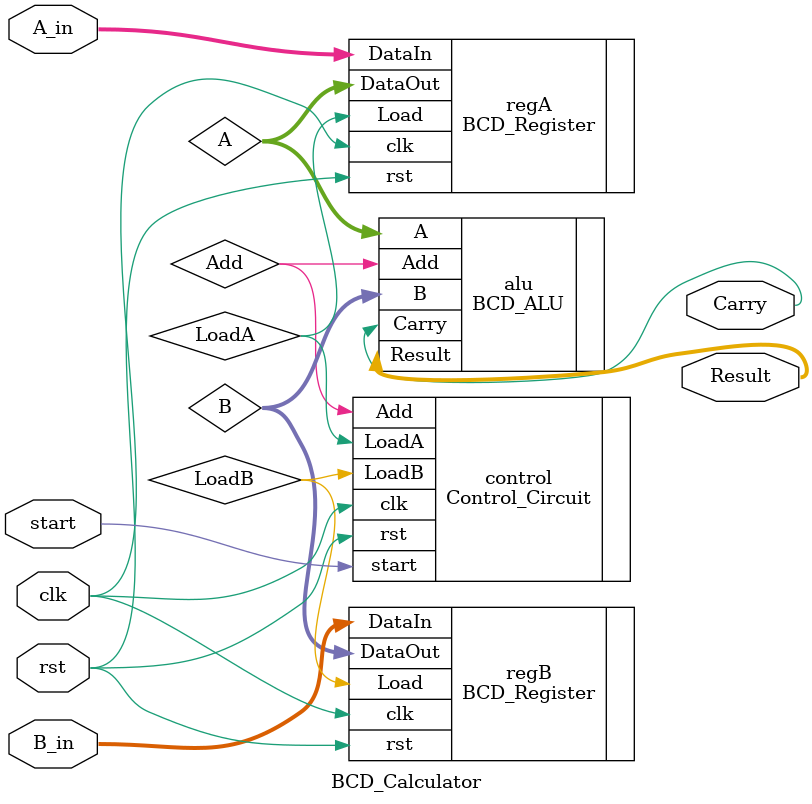
<source format=v>
module BCD_Calculator (
    input clk,        // Clock signal
    input rst,        // Reset signal
    input start,      // Start signal
    input [3:0] A_in, // Input A
    input [3:0] B_in, // Input B
    output [3:0] Result, // Result of addition
    output Carry       // Carry output
);
    wire LoadA, LoadB, Add;
    wire [3:0] A, B;
    
    // Instantiate control circuit
    Control_Circuit control (
        .clk(clk),
        .rst(rst),
        .start(start),
        .LoadA(LoadA),
        .LoadB(LoadB),
        .Add(Add)
    );
    
    // Instantiate registers
    BCD_Register regA (
        .clk(clk),
        .rst(rst),
        .DataIn(A_in),
        .Load(LoadA),
        .DataOut(A)
    );
    
    BCD_Register regB (
        .clk(clk),
        .rst(rst),
        .DataIn(B_in),
        .Load(LoadB),
        .DataOut(B)
    );
    
    // Instantiate ALU
    BCD_ALU alu (
        .A(A),
        .B(B),
        .Add(Add),
        .Result(Result),
        .Carry(Carry)
    );
endmodule

</source>
